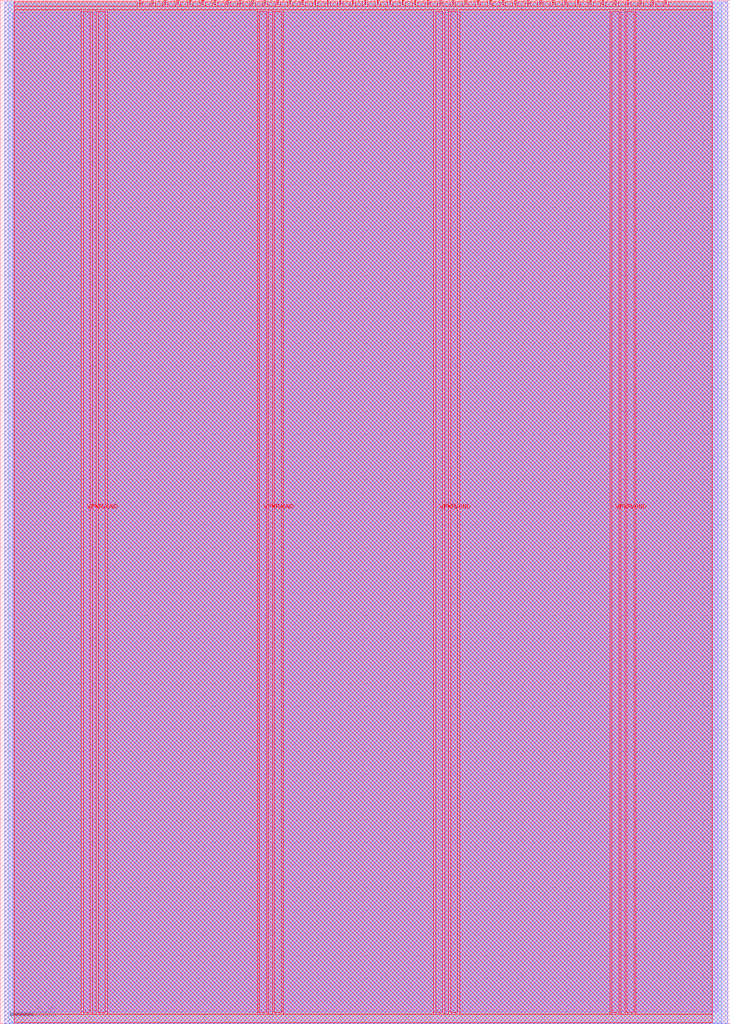
<source format=lef>
VERSION 5.7 ;
  NOWIREEXTENSIONATPIN ON ;
  DIVIDERCHAR "/" ;
  BUSBITCHARS "[]" ;
MACRO tt_um_devinatkin_basys3_uart
  CLASS BLOCK ;
  FOREIGN tt_um_devinatkin_basys3_uart ;
  ORIGIN 0.000 0.000 ;
  SIZE 161.000 BY 225.760 ;
  PIN VGND
    DIRECTION INOUT ;
    USE GROUND ;
    PORT
      LAYER met4 ;
        RECT 21.580 2.480 23.180 223.280 ;
    END
    PORT
      LAYER met4 ;
        RECT 60.450 2.480 62.050 223.280 ;
    END
    PORT
      LAYER met4 ;
        RECT 99.320 2.480 100.920 223.280 ;
    END
    PORT
      LAYER met4 ;
        RECT 138.190 2.480 139.790 223.280 ;
    END
  END VGND
  PIN VPWR
    DIRECTION INOUT ;
    USE POWER ;
    PORT
      LAYER met4 ;
        RECT 18.280 2.480 19.880 223.280 ;
    END
    PORT
      LAYER met4 ;
        RECT 57.150 2.480 58.750 223.280 ;
    END
    PORT
      LAYER met4 ;
        RECT 96.020 2.480 97.620 223.280 ;
    END
    PORT
      LAYER met4 ;
        RECT 134.890 2.480 136.490 223.280 ;
    END
  END VPWR
  PIN clk
    DIRECTION INPUT ;
    USE SIGNAL ;
    ANTENNAGATEAREA 0.852000 ;
    PORT
      LAYER met4 ;
        RECT 143.830 224.760 144.130 225.760 ;
    END
  END clk
  PIN ena
    DIRECTION INPUT ;
    USE SIGNAL ;
    ANTENNAGATEAREA 0.196500 ;
    ANTENNADIFFAREA 0.434700 ;
    PORT
      LAYER met4 ;
        RECT 146.590 224.760 146.890 225.760 ;
    END
  END ena
  PIN rst_n
    DIRECTION INPUT ;
    USE SIGNAL ;
    ANTENNAGATEAREA 0.196500 ;
    ANTENNADIFFAREA 0.434700 ;
    PORT
      LAYER met4 ;
        RECT 141.070 224.760 141.370 225.760 ;
    END
  END rst_n
  PIN ui_in[0]
    DIRECTION INPUT ;
    USE SIGNAL ;
    PORT
      LAYER met4 ;
        RECT 138.310 224.760 138.610 225.760 ;
    END
  END ui_in[0]
  PIN ui_in[1]
    DIRECTION INPUT ;
    USE SIGNAL ;
    PORT
      LAYER met4 ;
        RECT 135.550 224.760 135.850 225.760 ;
    END
  END ui_in[1]
  PIN ui_in[2]
    DIRECTION INPUT ;
    USE SIGNAL ;
    PORT
      LAYER met4 ;
        RECT 132.790 224.760 133.090 225.760 ;
    END
  END ui_in[2]
  PIN ui_in[3]
    DIRECTION INPUT ;
    USE SIGNAL ;
    PORT
      LAYER met4 ;
        RECT 130.030 224.760 130.330 225.760 ;
    END
  END ui_in[3]
  PIN ui_in[4]
    DIRECTION INPUT ;
    USE SIGNAL ;
    PORT
      LAYER met4 ;
        RECT 127.270 224.760 127.570 225.760 ;
    END
  END ui_in[4]
  PIN ui_in[5]
    DIRECTION INPUT ;
    USE SIGNAL ;
    PORT
      LAYER met4 ;
        RECT 124.510 224.760 124.810 225.760 ;
    END
  END ui_in[5]
  PIN ui_in[6]
    DIRECTION INPUT ;
    USE SIGNAL ;
    PORT
      LAYER met4 ;
        RECT 121.750 224.760 122.050 225.760 ;
    END
  END ui_in[6]
  PIN ui_in[7]
    DIRECTION INPUT ;
    USE SIGNAL ;
    PORT
      LAYER met4 ;
        RECT 118.990 224.760 119.290 225.760 ;
    END
  END ui_in[7]
  PIN uio_in[0]
    DIRECTION INPUT ;
    USE SIGNAL ;
    PORT
      LAYER met4 ;
        RECT 116.230 224.760 116.530 225.760 ;
    END
  END uio_in[0]
  PIN uio_in[1]
    DIRECTION INPUT ;
    USE SIGNAL ;
    ANTENNAGATEAREA 0.196500 ;
    PORT
      LAYER met4 ;
        RECT 113.470 224.760 113.770 225.760 ;
    END
  END uio_in[1]
  PIN uio_in[2]
    DIRECTION INPUT ;
    USE SIGNAL ;
    PORT
      LAYER met4 ;
        RECT 110.710 224.760 111.010 225.760 ;
    END
  END uio_in[2]
  PIN uio_in[3]
    DIRECTION INPUT ;
    USE SIGNAL ;
    PORT
      LAYER met4 ;
        RECT 107.950 224.760 108.250 225.760 ;
    END
  END uio_in[3]
  PIN uio_in[4]
    DIRECTION INPUT ;
    USE SIGNAL ;
    ANTENNAGATEAREA 0.196500 ;
    PORT
      LAYER met4 ;
        RECT 105.190 224.760 105.490 225.760 ;
    END
  END uio_in[4]
  PIN uio_in[5]
    DIRECTION INPUT ;
    USE SIGNAL ;
    PORT
      LAYER met4 ;
        RECT 102.430 224.760 102.730 225.760 ;
    END
  END uio_in[5]
  PIN uio_in[6]
    DIRECTION INPUT ;
    USE SIGNAL ;
    PORT
      LAYER met4 ;
        RECT 99.670 224.760 99.970 225.760 ;
    END
  END uio_in[6]
  PIN uio_in[7]
    DIRECTION INPUT ;
    USE SIGNAL ;
    PORT
      LAYER met4 ;
        RECT 96.910 224.760 97.210 225.760 ;
    END
  END uio_in[7]
  PIN uio_oe[0]
    DIRECTION OUTPUT ;
    USE SIGNAL ;
    ANTENNADIFFAREA 0.445500 ;
    PORT
      LAYER met4 ;
        RECT 49.990 224.760 50.290 225.760 ;
    END
  END uio_oe[0]
  PIN uio_oe[1]
    DIRECTION OUTPUT ;
    USE SIGNAL ;
    ANTENNADIFFAREA 0.445500 ;
    PORT
      LAYER met4 ;
        RECT 47.230 224.760 47.530 225.760 ;
    END
  END uio_oe[1]
  PIN uio_oe[2]
    DIRECTION OUTPUT ;
    USE SIGNAL ;
    ANTENNADIFFAREA 0.445500 ;
    PORT
      LAYER met4 ;
        RECT 44.470 224.760 44.770 225.760 ;
    END
  END uio_oe[2]
  PIN uio_oe[3]
    DIRECTION OUTPUT ;
    USE SIGNAL ;
    ANTENNADIFFAREA 0.445500 ;
    PORT
      LAYER met4 ;
        RECT 41.710 224.760 42.010 225.760 ;
    END
  END uio_oe[3]
  PIN uio_oe[4]
    DIRECTION OUTPUT ;
    USE SIGNAL ;
    ANTENNADIFFAREA 0.445500 ;
    PORT
      LAYER met4 ;
        RECT 38.950 224.760 39.250 225.760 ;
    END
  END uio_oe[4]
  PIN uio_oe[5]
    DIRECTION OUTPUT ;
    USE SIGNAL ;
    ANTENNADIFFAREA 0.445500 ;
    PORT
      LAYER met4 ;
        RECT 36.190 224.760 36.490 225.760 ;
    END
  END uio_oe[5]
  PIN uio_oe[6]
    DIRECTION OUTPUT ;
    USE SIGNAL ;
    ANTENNADIFFAREA 0.445500 ;
    PORT
      LAYER met4 ;
        RECT 33.430 224.760 33.730 225.760 ;
    END
  END uio_oe[6]
  PIN uio_oe[7]
    DIRECTION OUTPUT ;
    USE SIGNAL ;
    ANTENNADIFFAREA 0.445500 ;
    PORT
      LAYER met4 ;
        RECT 30.670 224.760 30.970 225.760 ;
    END
  END uio_oe[7]
  PIN uio_out[0]
    DIRECTION OUTPUT ;
    USE SIGNAL ;
    ANTENNADIFFAREA 0.795200 ;
    PORT
      LAYER met4 ;
        RECT 72.070 224.760 72.370 225.760 ;
    END
  END uio_out[0]
  PIN uio_out[1]
    DIRECTION OUTPUT ;
    USE SIGNAL ;
    ANTENNADIFFAREA 0.445500 ;
    PORT
      LAYER met4 ;
        RECT 69.310 224.760 69.610 225.760 ;
    END
  END uio_out[1]
  PIN uio_out[2]
    DIRECTION OUTPUT ;
    USE SIGNAL ;
    ANTENNADIFFAREA 0.795200 ;
    PORT
      LAYER met4 ;
        RECT 66.550 224.760 66.850 225.760 ;
    END
  END uio_out[2]
  PIN uio_out[3]
    DIRECTION OUTPUT ;
    USE SIGNAL ;
    ANTENNADIFFAREA 0.795200 ;
    PORT
      LAYER met4 ;
        RECT 63.790 224.760 64.090 225.760 ;
    END
  END uio_out[3]
  PIN uio_out[4]
    DIRECTION OUTPUT ;
    USE SIGNAL ;
    ANTENNADIFFAREA 0.445500 ;
    PORT
      LAYER met4 ;
        RECT 61.030 224.760 61.330 225.760 ;
    END
  END uio_out[4]
  PIN uio_out[5]
    DIRECTION OUTPUT ;
    USE SIGNAL ;
    ANTENNADIFFAREA 0.445500 ;
    PORT
      LAYER met4 ;
        RECT 58.270 224.760 58.570 225.760 ;
    END
  END uio_out[5]
  PIN uio_out[6]
    DIRECTION OUTPUT ;
    USE SIGNAL ;
    ANTENNADIFFAREA 0.445500 ;
    PORT
      LAYER met4 ;
        RECT 55.510 224.760 55.810 225.760 ;
    END
  END uio_out[6]
  PIN uio_out[7]
    DIRECTION OUTPUT ;
    USE SIGNAL ;
    ANTENNADIFFAREA 0.445500 ;
    PORT
      LAYER met4 ;
        RECT 52.750 224.760 53.050 225.760 ;
    END
  END uio_out[7]
  PIN uo_out[0]
    DIRECTION OUTPUT ;
    USE SIGNAL ;
    ANTENNAGATEAREA 0.495000 ;
    ANTENNADIFFAREA 0.891000 ;
    PORT
      LAYER met4 ;
        RECT 94.150 224.760 94.450 225.760 ;
    END
  END uo_out[0]
  PIN uo_out[1]
    DIRECTION OUTPUT ;
    USE SIGNAL ;
    ANTENNAGATEAREA 0.495000 ;
    ANTENNADIFFAREA 0.891000 ;
    PORT
      LAYER met4 ;
        RECT 91.390 224.760 91.690 225.760 ;
    END
  END uo_out[1]
  PIN uo_out[2]
    DIRECTION OUTPUT ;
    USE SIGNAL ;
    ANTENNAGATEAREA 0.126000 ;
    ANTENNADIFFAREA 0.891000 ;
    PORT
      LAYER met4 ;
        RECT 88.630 224.760 88.930 225.760 ;
    END
  END uo_out[2]
  PIN uo_out[3]
    DIRECTION OUTPUT ;
    USE SIGNAL ;
    ANTENNAGATEAREA 0.126000 ;
    ANTENNADIFFAREA 0.891000 ;
    PORT
      LAYER met4 ;
        RECT 85.870 224.760 86.170 225.760 ;
    END
  END uo_out[3]
  PIN uo_out[4]
    DIRECTION OUTPUT ;
    USE SIGNAL ;
    ANTENNAGATEAREA 0.126000 ;
    ANTENNADIFFAREA 0.891000 ;
    PORT
      LAYER met4 ;
        RECT 83.110 224.760 83.410 225.760 ;
    END
  END uo_out[4]
  PIN uo_out[5]
    DIRECTION OUTPUT ;
    USE SIGNAL ;
    ANTENNAGATEAREA 0.247500 ;
    ANTENNADIFFAREA 0.891000 ;
    PORT
      LAYER met4 ;
        RECT 80.350 224.760 80.650 225.760 ;
    END
  END uo_out[5]
  PIN uo_out[6]
    DIRECTION OUTPUT ;
    USE SIGNAL ;
    ANTENNAGATEAREA 0.247500 ;
    ANTENNADIFFAREA 0.891000 ;
    PORT
      LAYER met4 ;
        RECT 77.590 224.760 77.890 225.760 ;
    END
  END uo_out[6]
  PIN uo_out[7]
    DIRECTION OUTPUT ;
    USE SIGNAL ;
    ANTENNAGATEAREA 0.868500 ;
    ANTENNADIFFAREA 0.891000 ;
    PORT
      LAYER met4 ;
        RECT 74.830 224.760 75.130 225.760 ;
    END
  END uo_out[7]
  OBS
      LAYER li1 ;
        RECT 2.760 2.635 158.240 223.125 ;
      LAYER met1 ;
        RECT 0.990 0.040 160.470 225.380 ;
      LAYER met2 ;
        RECT 1.020 0.010 160.440 225.410 ;
      LAYER met3 ;
        RECT 1.905 0.175 159.095 224.905 ;
      LAYER met4 ;
        RECT 3.055 224.360 30.270 225.410 ;
        RECT 31.370 224.360 33.030 225.410 ;
        RECT 34.130 224.360 35.790 225.410 ;
        RECT 36.890 224.360 38.550 225.410 ;
        RECT 39.650 224.360 41.310 225.410 ;
        RECT 42.410 224.360 44.070 225.410 ;
        RECT 45.170 224.360 46.830 225.410 ;
        RECT 47.930 224.360 49.590 225.410 ;
        RECT 50.690 224.360 52.350 225.410 ;
        RECT 53.450 224.360 55.110 225.410 ;
        RECT 56.210 224.360 57.870 225.410 ;
        RECT 58.970 224.360 60.630 225.410 ;
        RECT 61.730 224.360 63.390 225.410 ;
        RECT 64.490 224.360 66.150 225.410 ;
        RECT 67.250 224.360 68.910 225.410 ;
        RECT 70.010 224.360 71.670 225.410 ;
        RECT 72.770 224.360 74.430 225.410 ;
        RECT 75.530 224.360 77.190 225.410 ;
        RECT 78.290 224.360 79.950 225.410 ;
        RECT 81.050 224.360 82.710 225.410 ;
        RECT 83.810 224.360 85.470 225.410 ;
        RECT 86.570 224.360 88.230 225.410 ;
        RECT 89.330 224.360 90.990 225.410 ;
        RECT 92.090 224.360 93.750 225.410 ;
        RECT 94.850 224.360 96.510 225.410 ;
        RECT 97.610 224.360 99.270 225.410 ;
        RECT 100.370 224.360 102.030 225.410 ;
        RECT 103.130 224.360 104.790 225.410 ;
        RECT 105.890 224.360 107.550 225.410 ;
        RECT 108.650 224.360 110.310 225.410 ;
        RECT 111.410 224.360 113.070 225.410 ;
        RECT 114.170 224.360 115.830 225.410 ;
        RECT 116.930 224.360 118.590 225.410 ;
        RECT 119.690 224.360 121.350 225.410 ;
        RECT 122.450 224.360 124.110 225.410 ;
        RECT 125.210 224.360 126.870 225.410 ;
        RECT 127.970 224.360 129.630 225.410 ;
        RECT 130.730 224.360 132.390 225.410 ;
        RECT 133.490 224.360 135.150 225.410 ;
        RECT 136.250 224.360 137.910 225.410 ;
        RECT 139.010 224.360 140.670 225.410 ;
        RECT 141.770 224.360 143.430 225.410 ;
        RECT 144.530 224.360 146.190 225.410 ;
        RECT 147.290 224.360 157.025 225.410 ;
        RECT 3.055 223.680 157.025 224.360 ;
        RECT 3.055 2.080 17.880 223.680 ;
        RECT 20.280 2.080 21.180 223.680 ;
        RECT 23.580 2.080 56.750 223.680 ;
        RECT 59.150 2.080 60.050 223.680 ;
        RECT 62.450 2.080 95.620 223.680 ;
        RECT 98.020 2.080 98.920 223.680 ;
        RECT 101.320 2.080 134.490 223.680 ;
        RECT 136.890 2.080 137.790 223.680 ;
        RECT 140.190 2.080 157.025 223.680 ;
        RECT 3.055 0.175 157.025 2.080 ;
  END
END tt_um_devinatkin_basys3_uart
END LIBRARY


</source>
